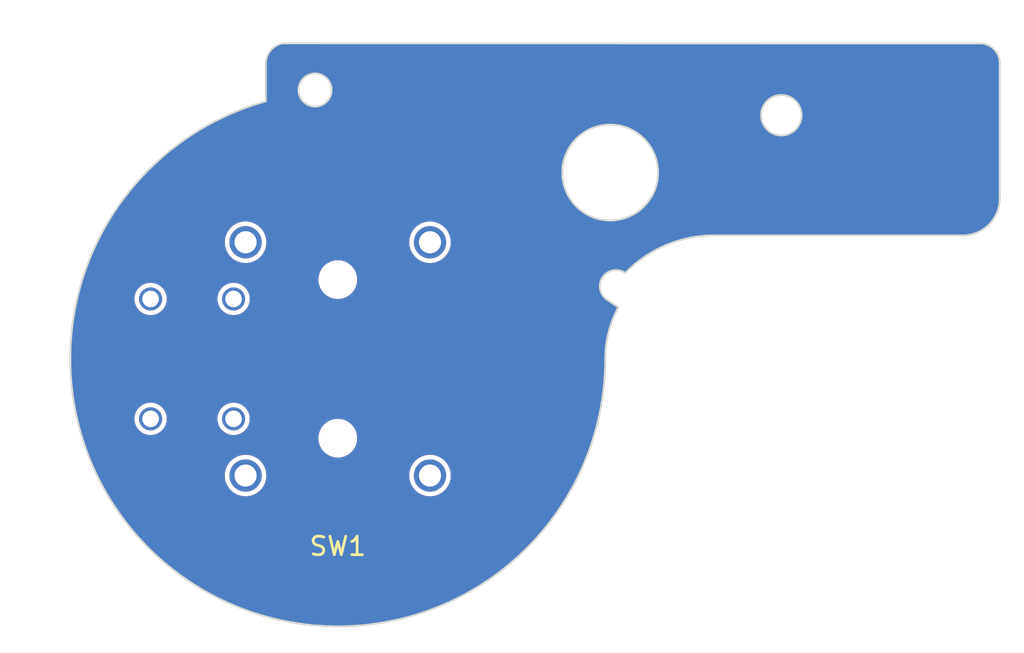
<source format=kicad_pcb>
(kicad_pcb (version 20221018) (generator pcbnew)
  (layers (0 "F.Cu" signal) (31 "B.Cu" signal) (34 "B.Paste" user) (35 "F.Paste" user) (36 "B.SilkS" user "B.Silkscreen") (37 "F.SilkS" user "F.Silkscreen") (38 "B.Mask" user) (39 "F.Mask" user) (44 "Edge.Cuts" user))
  (net 0 "")
  (footprint "hhl:GL18" (layer "F.Cu") (at 247.220512 149.813671)
    (fp_text reference "SW1" (at 0 10.16 unlocked) (layer "F.SilkS"))
    (fp_text value "GL18_SW")
    (pad "" thru_hole circle (at -5 -6.325) (size 1.75 1.75) (drill 1.2) (layers "*.Cu" "*.Mask"))
    (pad "" thru_hole circle (at -5 6.325) (size 1.75 1.75) (drill 1.2) (layers "*.Cu" "*.Mask"))
    (pad "" np_thru_hole circle (at 0 -4.3) (size 1.6 1.6) (drill 1.6) (layers "F&B.Cu" "*.Mask"))
    (pad "" np_thru_hole circle (at 0 4.3) (size 1.6 1.6) (drill 1.6) (layers "F&B.Cu" "*.Mask"))
    (pad "" thru_hole circle (at 5 -6.325) (size 1.75 1.75) (drill 1.2) (layers "*.Cu" "*.Mask"))
    (pad "" thru_hole circle (at 5 6.325) (size 1.75 1.75) (drill 1.2) (layers "*.Cu" "*.Mask"))
    (pad "S1" thru_hole circle (at -5.65 -3.25) (size 1.25 1.25) (drill 0.9) (layers "*.Cu" "*.Mask"))
    (pad "S2" thru_hole circle (at -5.65 3.25) (size 1.25 1.25) (drill 0.9) (layers "*.Cu" "*.Mask"))
    (pad "S3" thru_hole circle (at -10.15 -3.25) (size 1.25 1.25) (drill 0.9) (layers "*.Cu" "*.Mask"))
    (pad "S4" thru_hole circle (at -10.15 3.25) (size 1.25 1.25) (drill 0.9) (layers "*.Cu" "*.Mask"))
  )
  (gr_arc (start 261.720773 149.81334) (mid 238.453936 161.363767) (end 243.320772 135.847656) (stroke (width 0.1)) (layer "Edge.Cuts"))
  (gr_line (start 243.320766 133.81334) (end 243.320772 135.847656) (stroke (width 0.1)) (layer "Edge.Cuts"))
  (gr_line (start 283.11303 141.113576) (end 283.11303 133.780606) (stroke (width 0.1)) (layer "Edge.Cuts"))
  (gr_circle (center 245.989918 135.233341) (end 245.089918 135.233341) (stroke (width 0.1)) (fill none) (layer "Edge.Cuts"))
  (gr_arc (start 283.11303 141.113576) (mid 282.527272 142.527762) (end 281.11311 143.113576) (stroke (width 0.1)) (layer "Edge.Cuts"))
  (gr_line (start 267.620701 143.114115) (end 281.11311 143.113576) (stroke (width 0.1)) (layer "Edge.Cuts"))
  (gr_arc (start 261.720773 149.81334) (mid 261.899934 148.371175) (end 262.426171 147.016548) (stroke (width 0.1)) (layer "Edge.Cuts"))
  (gr_circle (center 261.989931 139.70834) (end 259.389931 139.70834) (stroke (width 0.1)) (fill none) (layer "Edge.Cuts"))
  (gr_arc (start 261.817365 146.605903) (mid 261.582331 145.379266) (end 262.810208 145.150792) (stroke (width 0.1)) (layer "Edge.Cuts"))
  (gr_line (start 262.426171 147.016548) (end 261.817365 146.605903) (stroke (width 0.1)) (layer "Edge.Cuts"))
  (gr_arc (start 243.320766 133.81334) (mid 243.580431 133.093181) (end 244.239931 132.704447) (stroke (width 0.1)) (layer "Edge.Cuts"))
  (gr_circle (center 271.272 136.6012) (end 270.172 136.6012) (stroke (width 0.1)) (fill none) (layer "Edge.Cuts"))
  (gr_arc (start 262.810208 145.150792) (mid 265.008784 143.644311) (end 267.620701 143.114115) (stroke (width 0.1)) (layer "Edge.Cuts"))
  (gr_line (start 282.048648 132.70734) (end 244.239931 132.704447) (stroke (width 0.1)) (layer "Edge.Cuts"))
  (gr_arc (start 282.048648 132.70734) (mid 282.801814 133.024827) (end 283.11303 133.780606) (stroke (width 0.1)) (layer "Edge.Cuts"))
  (zone (net 0) (net_name "") (layers "F&B.Cu") (connect_pads (clearance 0.25)) (min_thickness 0.25) (fill yes (thermal_gap 0.5) (thermal_bridge_width 0.5) (island_removal_mode 1) (island_area_min 10))
    (polygon (pts (xy 230.2764 130.3528) (xy 284.226 130.3528) (xy 284.4292 165.7604) (xy 228.9048 165.0492)))
  )
)
</source>
